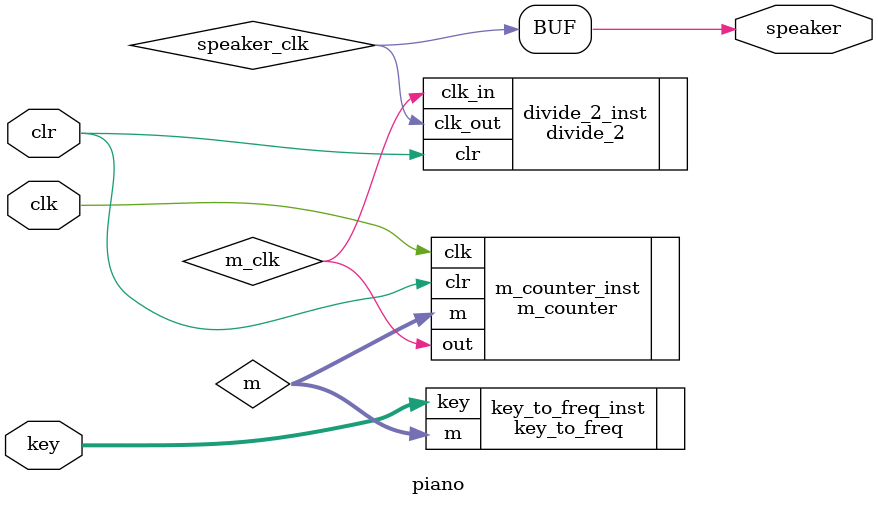
<source format=v>
module piano(clk, clr, key, speaker);
    input clk;
    input clr;
    input [7:0] key;
    output speaker;

    wire [15:0] m;
    wire m_clk;
    wire speaker_clk;

    key_to_freq key_to_freq_inst (
        .key(key),
        .m(m)
    );

    m_counter m_counter_inst (
        .clk(clk),
        .clr(clr),
        .m(m),
        .out(m_clk)
    );

    divide_2 divide_2_inst (
        .clk_in(m_clk),
        .clr(clr),
        .clk_out(speaker_clk)
    );
	
	assign speaker = speaker_clk;
endmodule

</source>
